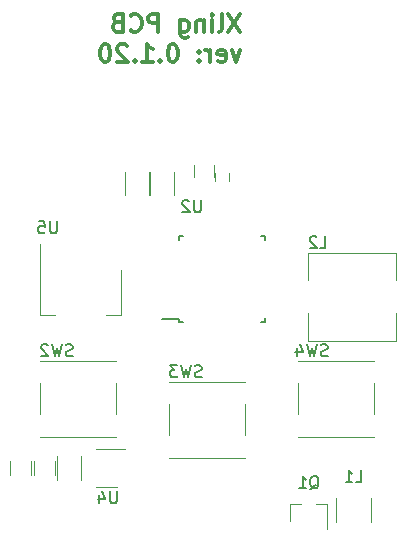
<source format=gbo>
G04 #@! TF.FileFunction,Legend,Bot*
%FSLAX46Y46*%
G04 Gerber Fmt 4.6, Leading zero omitted, Abs format (unit mm)*
G04 Created by KiCad (PCBNEW 4.0.7) date Sun May 27 13:06:25 2018*
%MOMM*%
%LPD*%
G01*
G04 APERTURE LIST*
%ADD10C,0.100000*%
%ADD11C,0.300000*%
%ADD12C,0.120000*%
%ADD13C,0.150000*%
G04 APERTURE END LIST*
D10*
D11*
X142533714Y-79183571D02*
X141533714Y-80683571D01*
X141533714Y-79183571D02*
X142533714Y-80683571D01*
X140748000Y-80683571D02*
X140890858Y-80612143D01*
X140962286Y-80469286D01*
X140962286Y-79183571D01*
X140176572Y-80683571D02*
X140176572Y-79683571D01*
X140176572Y-79183571D02*
X140248001Y-79255000D01*
X140176572Y-79326429D01*
X140105144Y-79255000D01*
X140176572Y-79183571D01*
X140176572Y-79326429D01*
X139462286Y-79683571D02*
X139462286Y-80683571D01*
X139462286Y-79826429D02*
X139390858Y-79755000D01*
X139248000Y-79683571D01*
X139033715Y-79683571D01*
X138890858Y-79755000D01*
X138819429Y-79897857D01*
X138819429Y-80683571D01*
X137462286Y-79683571D02*
X137462286Y-80897857D01*
X137533715Y-81040714D01*
X137605143Y-81112143D01*
X137748000Y-81183571D01*
X137962286Y-81183571D01*
X138105143Y-81112143D01*
X137462286Y-80612143D02*
X137605143Y-80683571D01*
X137890857Y-80683571D01*
X138033715Y-80612143D01*
X138105143Y-80540714D01*
X138176572Y-80397857D01*
X138176572Y-79969286D01*
X138105143Y-79826429D01*
X138033715Y-79755000D01*
X137890857Y-79683571D01*
X137605143Y-79683571D01*
X137462286Y-79755000D01*
X135605143Y-80683571D02*
X135605143Y-79183571D01*
X135033715Y-79183571D01*
X134890857Y-79255000D01*
X134819429Y-79326429D01*
X134748000Y-79469286D01*
X134748000Y-79683571D01*
X134819429Y-79826429D01*
X134890857Y-79897857D01*
X135033715Y-79969286D01*
X135605143Y-79969286D01*
X133248000Y-80540714D02*
X133319429Y-80612143D01*
X133533715Y-80683571D01*
X133676572Y-80683571D01*
X133890857Y-80612143D01*
X134033715Y-80469286D01*
X134105143Y-80326429D01*
X134176572Y-80040714D01*
X134176572Y-79826429D01*
X134105143Y-79540714D01*
X134033715Y-79397857D01*
X133890857Y-79255000D01*
X133676572Y-79183571D01*
X133533715Y-79183571D01*
X133319429Y-79255000D01*
X133248000Y-79326429D01*
X132105143Y-79897857D02*
X131890857Y-79969286D01*
X131819429Y-80040714D01*
X131748000Y-80183571D01*
X131748000Y-80397857D01*
X131819429Y-80540714D01*
X131890857Y-80612143D01*
X132033715Y-80683571D01*
X132605143Y-80683571D01*
X132605143Y-79183571D01*
X132105143Y-79183571D01*
X131962286Y-79255000D01*
X131890857Y-79326429D01*
X131819429Y-79469286D01*
X131819429Y-79612143D01*
X131890857Y-79755000D01*
X131962286Y-79826429D01*
X132105143Y-79897857D01*
X132605143Y-79897857D01*
X142533714Y-82233571D02*
X142176571Y-83233571D01*
X141819429Y-82233571D01*
X140676572Y-83162143D02*
X140819429Y-83233571D01*
X141105143Y-83233571D01*
X141248000Y-83162143D01*
X141319429Y-83019286D01*
X141319429Y-82447857D01*
X141248000Y-82305000D01*
X141105143Y-82233571D01*
X140819429Y-82233571D01*
X140676572Y-82305000D01*
X140605143Y-82447857D01*
X140605143Y-82590714D01*
X141319429Y-82733571D01*
X139962286Y-83233571D02*
X139962286Y-82233571D01*
X139962286Y-82519286D02*
X139890858Y-82376429D01*
X139819429Y-82305000D01*
X139676572Y-82233571D01*
X139533715Y-82233571D01*
X139033715Y-83090714D02*
X138962287Y-83162143D01*
X139033715Y-83233571D01*
X139105144Y-83162143D01*
X139033715Y-83090714D01*
X139033715Y-83233571D01*
X139033715Y-82305000D02*
X138962287Y-82376429D01*
X139033715Y-82447857D01*
X139105144Y-82376429D01*
X139033715Y-82305000D01*
X139033715Y-82447857D01*
X136890858Y-81733571D02*
X136748001Y-81733571D01*
X136605144Y-81805000D01*
X136533715Y-81876429D01*
X136462286Y-82019286D01*
X136390858Y-82305000D01*
X136390858Y-82662143D01*
X136462286Y-82947857D01*
X136533715Y-83090714D01*
X136605144Y-83162143D01*
X136748001Y-83233571D01*
X136890858Y-83233571D01*
X137033715Y-83162143D01*
X137105144Y-83090714D01*
X137176572Y-82947857D01*
X137248001Y-82662143D01*
X137248001Y-82305000D01*
X137176572Y-82019286D01*
X137105144Y-81876429D01*
X137033715Y-81805000D01*
X136890858Y-81733571D01*
X135748001Y-83090714D02*
X135676573Y-83162143D01*
X135748001Y-83233571D01*
X135819430Y-83162143D01*
X135748001Y-83090714D01*
X135748001Y-83233571D01*
X134248001Y-83233571D02*
X135105144Y-83233571D01*
X134676572Y-83233571D02*
X134676572Y-81733571D01*
X134819429Y-81947857D01*
X134962287Y-82090714D01*
X135105144Y-82162143D01*
X133605144Y-83090714D02*
X133533716Y-83162143D01*
X133605144Y-83233571D01*
X133676573Y-83162143D01*
X133605144Y-83090714D01*
X133605144Y-83233571D01*
X132962287Y-81876429D02*
X132890858Y-81805000D01*
X132748001Y-81733571D01*
X132390858Y-81733571D01*
X132248001Y-81805000D01*
X132176572Y-81876429D01*
X132105144Y-82019286D01*
X132105144Y-82162143D01*
X132176572Y-82376429D01*
X133033715Y-83233571D01*
X132105144Y-83233571D01*
X131176573Y-81733571D02*
X131033716Y-81733571D01*
X130890859Y-81805000D01*
X130819430Y-81876429D01*
X130748001Y-82019286D01*
X130676573Y-82305000D01*
X130676573Y-82662143D01*
X130748001Y-82947857D01*
X130819430Y-83090714D01*
X130890859Y-83162143D01*
X131033716Y-83233571D01*
X131176573Y-83233571D01*
X131319430Y-83162143D01*
X131390859Y-83090714D01*
X131462287Y-82947857D01*
X131533716Y-82662143D01*
X131533716Y-82305000D01*
X131462287Y-82019286D01*
X131390859Y-81876429D01*
X131319430Y-81805000D01*
X131176573Y-81733571D01*
D12*
X134928000Y-94546000D02*
X134928000Y-92546000D01*
X132788000Y-92546000D02*
X132788000Y-94546000D01*
X140296000Y-91956000D02*
X140296000Y-92956000D01*
X138596000Y-92956000D02*
X138596000Y-91956000D01*
X126996000Y-118602000D02*
X126996000Y-116602000D01*
X129036000Y-116602000D02*
X129036000Y-118602000D01*
X140370000Y-92614000D02*
X140370000Y-93314000D01*
X141570000Y-93314000D02*
X141570000Y-92614000D01*
X150666000Y-120158000D02*
X150666000Y-122158000D01*
X153626000Y-122158000D02*
X153626000Y-120158000D01*
X155694000Y-101724000D02*
X155694000Y-99424000D01*
X155694000Y-99424000D02*
X148294000Y-99424000D01*
X148294000Y-99424000D02*
X148294000Y-101724000D01*
X148294000Y-104524000D02*
X148294000Y-106824000D01*
X148294000Y-106824000D02*
X155694000Y-106824000D01*
X155694000Y-106824000D02*
X155694000Y-104524000D01*
X146756000Y-120652000D02*
X147686000Y-120652000D01*
X149916000Y-120652000D02*
X148986000Y-120652000D01*
X149916000Y-120652000D02*
X149916000Y-122812000D01*
X146756000Y-120652000D02*
X146756000Y-122112000D01*
X136960000Y-94546000D02*
X136960000Y-92546000D01*
X134820000Y-92546000D02*
X134820000Y-94546000D01*
X126864000Y-118202000D02*
X126864000Y-117002000D01*
X125104000Y-117002000D02*
X125104000Y-118202000D01*
X123072000Y-117002000D02*
X123072000Y-118202000D01*
X124832000Y-118202000D02*
X124832000Y-117002000D01*
D13*
X137345000Y-105225000D02*
X137345000Y-105000000D01*
X144595000Y-105225000D02*
X144595000Y-104900000D01*
X144595000Y-97975000D02*
X144595000Y-98300000D01*
X137345000Y-97975000D02*
X137345000Y-98300000D01*
X137345000Y-105225000D02*
X137670000Y-105225000D01*
X137345000Y-97975000D02*
X137670000Y-97975000D01*
X144595000Y-97975000D02*
X144270000Y-97975000D01*
X144595000Y-105225000D02*
X144270000Y-105225000D01*
X137345000Y-105000000D02*
X135920000Y-105000000D01*
D12*
X132134000Y-119212000D02*
X130334000Y-119212000D01*
X130334000Y-115992000D02*
X132784000Y-115992000D01*
X132428000Y-104628000D02*
X131168000Y-104628000D01*
X125608000Y-104628000D02*
X126868000Y-104628000D01*
X132428000Y-100868000D02*
X132428000Y-104628000D01*
X125608000Y-98618000D02*
X125608000Y-104628000D01*
X132008000Y-114990000D02*
X132008000Y-114960000D01*
X132008000Y-108530000D02*
X132008000Y-108560000D01*
X125548000Y-108530000D02*
X125548000Y-108560000D01*
X125548000Y-114960000D02*
X125548000Y-114990000D01*
X132008000Y-113060000D02*
X132008000Y-110460000D01*
X125548000Y-114990000D02*
X132008000Y-114990000D01*
X125548000Y-113060000D02*
X125548000Y-110460000D01*
X125548000Y-108530000D02*
X132008000Y-108530000D01*
X142930000Y-116768000D02*
X142930000Y-116738000D01*
X142930000Y-110308000D02*
X142930000Y-110338000D01*
X136470000Y-110308000D02*
X136470000Y-110338000D01*
X136470000Y-116738000D02*
X136470000Y-116768000D01*
X142930000Y-114838000D02*
X142930000Y-112238000D01*
X136470000Y-116768000D02*
X142930000Y-116768000D01*
X136470000Y-114838000D02*
X136470000Y-112238000D01*
X136470000Y-110308000D02*
X142930000Y-110308000D01*
X153852000Y-114990000D02*
X153852000Y-114960000D01*
X153852000Y-108530000D02*
X153852000Y-108560000D01*
X147392000Y-108530000D02*
X147392000Y-108560000D01*
X147392000Y-114960000D02*
X147392000Y-114990000D01*
X153852000Y-113060000D02*
X153852000Y-110460000D01*
X147392000Y-114990000D02*
X153852000Y-114990000D01*
X147392000Y-113060000D02*
X147392000Y-110460000D01*
X147392000Y-108530000D02*
X153852000Y-108530000D01*
D13*
X152312666Y-118816381D02*
X152788857Y-118816381D01*
X152788857Y-117816381D01*
X151455523Y-118816381D02*
X152026952Y-118816381D01*
X151741238Y-118816381D02*
X151741238Y-117816381D01*
X151836476Y-117959238D01*
X151931714Y-118054476D01*
X152026952Y-118102095D01*
X149264666Y-99004381D02*
X149740857Y-99004381D01*
X149740857Y-98004381D01*
X148978952Y-98099619D02*
X148931333Y-98052000D01*
X148836095Y-98004381D01*
X148597999Y-98004381D01*
X148502761Y-98052000D01*
X148455142Y-98099619D01*
X148407523Y-98194857D01*
X148407523Y-98290095D01*
X148455142Y-98432952D01*
X149026571Y-99004381D01*
X148407523Y-99004381D01*
X148431238Y-119419619D02*
X148526476Y-119372000D01*
X148621714Y-119276762D01*
X148764571Y-119133905D01*
X148859810Y-119086286D01*
X148955048Y-119086286D01*
X148907429Y-119324381D02*
X149002667Y-119276762D01*
X149097905Y-119181524D01*
X149145524Y-118991048D01*
X149145524Y-118657714D01*
X149097905Y-118467238D01*
X149002667Y-118372000D01*
X148907429Y-118324381D01*
X148716952Y-118324381D01*
X148621714Y-118372000D01*
X148526476Y-118467238D01*
X148478857Y-118657714D01*
X148478857Y-118991048D01*
X148526476Y-119181524D01*
X148621714Y-119276762D01*
X148716952Y-119324381D01*
X148907429Y-119324381D01*
X147526476Y-119324381D02*
X148097905Y-119324381D01*
X147812191Y-119324381D02*
X147812191Y-118324381D01*
X147907429Y-118467238D01*
X148002667Y-118562476D01*
X148097905Y-118610095D01*
X139191905Y-94956381D02*
X139191905Y-95765905D01*
X139144286Y-95861143D01*
X139096667Y-95908762D01*
X139001429Y-95956381D01*
X138810952Y-95956381D01*
X138715714Y-95908762D01*
X138668095Y-95861143D01*
X138620476Y-95765905D01*
X138620476Y-94956381D01*
X138191905Y-95051619D02*
X138144286Y-95004000D01*
X138049048Y-94956381D01*
X137810952Y-94956381D01*
X137715714Y-95004000D01*
X137668095Y-95051619D01*
X137620476Y-95146857D01*
X137620476Y-95242095D01*
X137668095Y-95384952D01*
X138239524Y-95956381D01*
X137620476Y-95956381D01*
X132079905Y-119594381D02*
X132079905Y-120403905D01*
X132032286Y-120499143D01*
X131984667Y-120546762D01*
X131889429Y-120594381D01*
X131698952Y-120594381D01*
X131603714Y-120546762D01*
X131556095Y-120499143D01*
X131508476Y-120403905D01*
X131508476Y-119594381D01*
X130603714Y-119927714D02*
X130603714Y-120594381D01*
X130841810Y-119546762D02*
X131079905Y-120261048D01*
X130460857Y-120261048D01*
X126999905Y-96734381D02*
X126999905Y-97543905D01*
X126952286Y-97639143D01*
X126904667Y-97686762D01*
X126809429Y-97734381D01*
X126618952Y-97734381D01*
X126523714Y-97686762D01*
X126476095Y-97639143D01*
X126428476Y-97543905D01*
X126428476Y-96734381D01*
X125476095Y-96734381D02*
X125952286Y-96734381D01*
X125999905Y-97210571D01*
X125952286Y-97162952D01*
X125857048Y-97115333D01*
X125618952Y-97115333D01*
X125523714Y-97162952D01*
X125476095Y-97210571D01*
X125428476Y-97305810D01*
X125428476Y-97543905D01*
X125476095Y-97639143D01*
X125523714Y-97686762D01*
X125618952Y-97734381D01*
X125857048Y-97734381D01*
X125952286Y-97686762D01*
X125999905Y-97639143D01*
X128333333Y-108100762D02*
X128190476Y-108148381D01*
X127952380Y-108148381D01*
X127857142Y-108100762D01*
X127809523Y-108053143D01*
X127761904Y-107957905D01*
X127761904Y-107862667D01*
X127809523Y-107767429D01*
X127857142Y-107719810D01*
X127952380Y-107672190D01*
X128142857Y-107624571D01*
X128238095Y-107576952D01*
X128285714Y-107529333D01*
X128333333Y-107434095D01*
X128333333Y-107338857D01*
X128285714Y-107243619D01*
X128238095Y-107196000D01*
X128142857Y-107148381D01*
X127904761Y-107148381D01*
X127761904Y-107196000D01*
X127428571Y-107148381D02*
X127190476Y-108148381D01*
X126999999Y-107434095D01*
X126809523Y-108148381D01*
X126571428Y-107148381D01*
X126238095Y-107243619D02*
X126190476Y-107196000D01*
X126095238Y-107148381D01*
X125857142Y-107148381D01*
X125761904Y-107196000D01*
X125714285Y-107243619D01*
X125666666Y-107338857D01*
X125666666Y-107434095D01*
X125714285Y-107576952D01*
X126285714Y-108148381D01*
X125666666Y-108148381D01*
X139255333Y-109878762D02*
X139112476Y-109926381D01*
X138874380Y-109926381D01*
X138779142Y-109878762D01*
X138731523Y-109831143D01*
X138683904Y-109735905D01*
X138683904Y-109640667D01*
X138731523Y-109545429D01*
X138779142Y-109497810D01*
X138874380Y-109450190D01*
X139064857Y-109402571D01*
X139160095Y-109354952D01*
X139207714Y-109307333D01*
X139255333Y-109212095D01*
X139255333Y-109116857D01*
X139207714Y-109021619D01*
X139160095Y-108974000D01*
X139064857Y-108926381D01*
X138826761Y-108926381D01*
X138683904Y-108974000D01*
X138350571Y-108926381D02*
X138112476Y-109926381D01*
X137921999Y-109212095D01*
X137731523Y-109926381D01*
X137493428Y-108926381D01*
X137207714Y-108926381D02*
X136588666Y-108926381D01*
X136922000Y-109307333D01*
X136779142Y-109307333D01*
X136683904Y-109354952D01*
X136636285Y-109402571D01*
X136588666Y-109497810D01*
X136588666Y-109735905D01*
X136636285Y-109831143D01*
X136683904Y-109878762D01*
X136779142Y-109926381D01*
X137064857Y-109926381D01*
X137160095Y-109878762D01*
X137207714Y-109831143D01*
X149923333Y-108100762D02*
X149780476Y-108148381D01*
X149542380Y-108148381D01*
X149447142Y-108100762D01*
X149399523Y-108053143D01*
X149351904Y-107957905D01*
X149351904Y-107862667D01*
X149399523Y-107767429D01*
X149447142Y-107719810D01*
X149542380Y-107672190D01*
X149732857Y-107624571D01*
X149828095Y-107576952D01*
X149875714Y-107529333D01*
X149923333Y-107434095D01*
X149923333Y-107338857D01*
X149875714Y-107243619D01*
X149828095Y-107196000D01*
X149732857Y-107148381D01*
X149494761Y-107148381D01*
X149351904Y-107196000D01*
X149018571Y-107148381D02*
X148780476Y-108148381D01*
X148589999Y-107434095D01*
X148399523Y-108148381D01*
X148161428Y-107148381D01*
X147351904Y-107481714D02*
X147351904Y-108148381D01*
X147590000Y-107100762D02*
X147828095Y-107815048D01*
X147209047Y-107815048D01*
M02*

</source>
